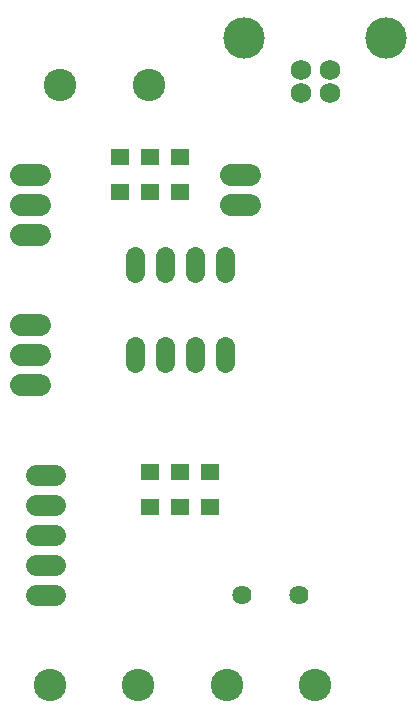
<source format=gbs>
G75*
G70*
%OFA0B0*%
%FSLAX24Y24*%
%IPPOS*%
%LPD*%
%AMOC8*
5,1,8,0,0,1.08239X$1,22.5*
%
%ADD10C,0.0640*%
%ADD11C,0.0640*%
%ADD12C,0.0680*%
%ADD13C,0.1380*%
%ADD14C,0.0714*%
%ADD15C,0.1080*%
%ADD16C,0.0720*%
%ADD17R,0.0631X0.0552*%
D10*
X029651Y015101D03*
X031551Y015101D03*
D11*
X029101Y022821D02*
X029101Y023381D01*
X028101Y023381D02*
X028101Y022821D01*
X027101Y022821D02*
X027101Y023381D01*
X026101Y023381D02*
X026101Y022821D01*
X026101Y025821D02*
X026101Y026381D01*
X027101Y026381D02*
X027101Y025821D01*
X028101Y025821D02*
X028101Y026381D01*
X029101Y026381D02*
X029101Y025821D01*
D12*
X031609Y031821D03*
X032593Y031821D03*
X032593Y032601D03*
X031609Y032601D03*
D13*
X029731Y033671D03*
X034471Y033671D03*
D14*
X023418Y019101D02*
X022784Y019101D01*
X022784Y018101D02*
X023418Y018101D01*
X023418Y017101D02*
X022784Y017101D01*
X022784Y016101D02*
X023418Y016101D01*
X023418Y015101D02*
X022784Y015101D01*
D15*
X023243Y012101D03*
X026195Y012101D03*
X029148Y012101D03*
X032101Y012101D03*
X026554Y032101D03*
X023601Y032101D03*
D16*
X022921Y029101D02*
X022281Y029101D01*
X022281Y028101D02*
X022921Y028101D01*
X022921Y027101D02*
X022281Y027101D01*
X022281Y024101D02*
X022921Y024101D01*
X022921Y023101D02*
X022281Y023101D01*
X022281Y022101D02*
X022921Y022101D01*
X029281Y028101D02*
X029921Y028101D01*
X029921Y029101D02*
X029281Y029101D01*
D17*
X027601Y029691D03*
X026601Y029691D03*
X025601Y029691D03*
X025601Y028510D03*
X026601Y028510D03*
X027601Y028510D03*
X027601Y019191D03*
X026601Y019191D03*
X026601Y018010D03*
X027601Y018010D03*
X028601Y018010D03*
X028601Y019191D03*
M02*

</source>
